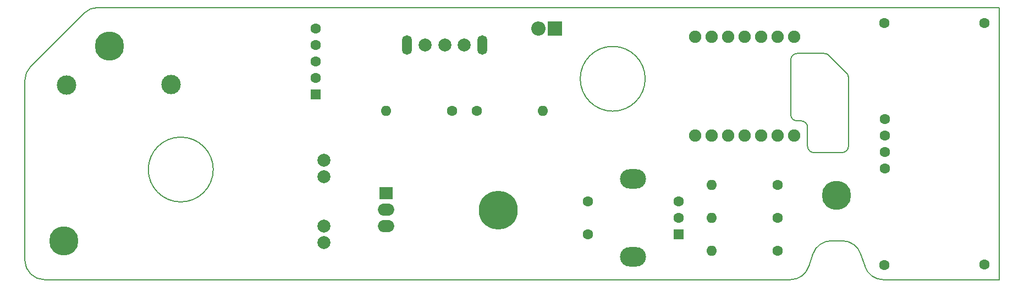
<source format=gbr>
%TF.GenerationSoftware,KiCad,Pcbnew,8.0.4*%
%TF.CreationDate,2024-09-24T16:35:55-04:00*%
%TF.ProjectId,cablight,6361626c-6967-4687-942e-6b696361645f,rev?*%
%TF.SameCoordinates,Original*%
%TF.FileFunction,Soldermask,Bot*%
%TF.FilePolarity,Negative*%
%FSLAX46Y46*%
G04 Gerber Fmt 4.6, Leading zero omitted, Abs format (unit mm)*
G04 Created by KiCad (PCBNEW 8.0.4) date 2024-09-24 16:35:55*
%MOMM*%
%LPD*%
G01*
G04 APERTURE LIST*
G04 Aperture macros list*
%AMRoundRect*
0 Rectangle with rounded corners*
0 $1 Rounding radius*
0 $2 $3 $4 $5 $6 $7 $8 $9 X,Y pos of 4 corners*
0 Add a 4 corners polygon primitive as box body*
4,1,4,$2,$3,$4,$5,$6,$7,$8,$9,$2,$3,0*
0 Add four circle primitives for the rounded corners*
1,1,$1+$1,$2,$3*
1,1,$1+$1,$4,$5*
1,1,$1+$1,$6,$7*
1,1,$1+$1,$8,$9*
0 Add four rect primitives between the rounded corners*
20,1,$1+$1,$2,$3,$4,$5,0*
20,1,$1+$1,$4,$5,$6,$7,0*
20,1,$1+$1,$6,$7,$8,$9,0*
20,1,$1+$1,$8,$9,$2,$3,0*%
G04 Aperture macros list end*
%ADD10R,1.600000X1.600000*%
%ADD11C,1.600000*%
%ADD12C,1.901600*%
%ADD13O,1.600000X1.600000*%
%ADD14C,3.000000*%
%ADD15RoundRect,1.500000X0.500000X-0.000010X0.500000X0.000010X-0.500000X0.000010X-0.500000X-0.000010X0*%
%ADD16C,4.500000*%
%ADD17R,2.200000X2.200000*%
%ADD18O,2.200000X2.200000*%
%ADD19O,1.500000X3.000000*%
%ADD20C,2.000000*%
%ADD21R,2.000000X1.900000*%
%ADD22O,2.500000X1.900000*%
%ADD23C,6.000000*%
%TA.AperFunction,Profile*%
%ADD24C,0.150000*%
%TD*%
G04 APERTURE END LIST*
D10*
%TO.C,P1*%
X154782000Y-93450000D03*
D11*
X154782000Y-90910000D03*
X154782000Y-88370000D03*
X154782000Y-85830000D03*
X154782000Y-83290000D03*
%TD*%
D12*
%TO.C,U1*%
X213202000Y-99800000D03*
X215742000Y-99800000D03*
X218282000Y-99800000D03*
X220822000Y-99800000D03*
X223362000Y-99800000D03*
X225902000Y-99800000D03*
X228442000Y-99800000D03*
X228442000Y-84560000D03*
X225902000Y-84560000D03*
X223362000Y-84560000D03*
X220822000Y-84560000D03*
X218282000Y-84560000D03*
X215742000Y-84560000D03*
X213202000Y-84560000D03*
%TD*%
D11*
%TO.C,S1*%
X242412000Y-104880000D03*
X242412000Y-102340000D03*
X242412000Y-99800000D03*
X242412000Y-97260000D03*
X242300000Y-119720000D03*
X257700000Y-119695000D03*
X242300000Y-82420000D03*
X257700000Y-82420000D03*
%TD*%
%TO.C,R1*%
X225902000Y-117580000D03*
D13*
X215742000Y-117580000D03*
%TD*%
D11*
%TO.C,R4*%
X179547000Y-95990000D03*
D13*
X189707000Y-95990000D03*
%TD*%
D14*
%TO.C,TP2*%
X132500000Y-91850000D03*
%TD*%
D15*
%TO.C,SW1*%
X203662000Y-118460000D03*
X203662000Y-106460000D03*
D11*
X196662000Y-114960000D03*
X196662000Y-109960000D03*
D10*
X210662000Y-114960000D03*
D11*
X210662000Y-109960000D03*
X210662000Y-112460000D03*
%TD*%
D16*
%TO.C,REF\u002A\u002A*%
X234982000Y-109000000D03*
%TD*%
D11*
%TO.C,R2*%
X225902000Y-112500000D03*
D13*
X215742000Y-112500000D03*
%TD*%
D17*
%TO.C,D1*%
X191612000Y-83290000D03*
D18*
X189072000Y-83290000D03*
%TD*%
D19*
%TO.C,SW3*%
X180442000Y-85830000D03*
D20*
X171642000Y-85830000D03*
D19*
X168842000Y-85830000D03*
D20*
X174642000Y-85830000D03*
X177642000Y-85830000D03*
%TD*%
%TO.C,J1*%
X156052000Y-106150000D03*
X156052000Y-103610000D03*
%TD*%
D21*
%TO.C,Q1*%
X165577000Y-108690000D03*
D22*
X165577000Y-111230000D03*
X165577000Y-113770000D03*
%TD*%
D11*
%TO.C,R5*%
X175737000Y-95990000D03*
D13*
X165577000Y-95990000D03*
%TD*%
D16*
%TO.C,REF\u002A\u002A*%
X123000000Y-86000000D03*
%TD*%
D11*
%TO.C,R3*%
X225902000Y-107420000D03*
D13*
X215742000Y-107420000D03*
%TD*%
D20*
%TO.C,J2*%
X156052000Y-116310000D03*
X156052000Y-113770000D03*
%TD*%
D23*
%TO.C,M3*%
X182882000Y-111240000D03*
%TD*%
D16*
%TO.C,REF\u002A\u002A*%
X116000000Y-116000000D03*
%TD*%
D14*
%TO.C,TP1*%
X116397000Y-92000000D03*
%TD*%
D24*
X236507626Y-90107196D02*
G75*
G02*
X236800012Y-90813783I-707626J-706604D01*
G01*
X233090251Y-87100000D02*
G75*
G02*
X233791964Y-87387492I49J-1000000D01*
G01*
X227900000Y-88100000D02*
G75*
G02*
X228900000Y-87100000I1000000J0D01*
G01*
X228900000Y-97500000D02*
G75*
G02*
X227900000Y-96500000I0J1000000D01*
G01*
X229500000Y-97500000D02*
G75*
G02*
X230500000Y-98500000I0J-1000000D01*
G01*
X231500000Y-102400000D02*
G75*
G02*
X230500000Y-101400000I0J1000000D01*
G01*
X236800000Y-101400000D02*
G75*
G02*
X235800000Y-102400000I-1000000J0D01*
G01*
X233090251Y-87100000D02*
X228900000Y-87100000D01*
X229500000Y-97500000D02*
X228900000Y-97500000D01*
X227900000Y-88100000D02*
X227900000Y-96500000D01*
X236507626Y-90107196D02*
X233791940Y-87387516D01*
X205500000Y-91000000D02*
G75*
G02*
X195500000Y-91000000I-5000000J0D01*
G01*
X195500000Y-91000000D02*
G75*
G02*
X205500000Y-91000000I5000000J0D01*
G01*
X139000000Y-105000000D02*
G75*
G02*
X129000000Y-105000000I-5000000J0D01*
G01*
X129000000Y-105000000D02*
G75*
G02*
X139000000Y-105000000I5000000J0D01*
G01*
X235837722Y-116000000D02*
G75*
G02*
X238683752Y-118051324I-22J-3000000D01*
G01*
X234162278Y-116000000D02*
X235837722Y-116000000D01*
X238683772Y-118051317D02*
X239316228Y-119948683D01*
X242162277Y-122000000D02*
X260000000Y-122000000D01*
X113000000Y-122000000D02*
G75*
G02*
X110000000Y-119000000I0J3000000D01*
G01*
X231316228Y-118051317D02*
G75*
G02*
X234162278Y-115999979I2846072J-948683D01*
G01*
X227837723Y-122000000D02*
X113000000Y-122000000D01*
X260000000Y-80000000D02*
X260000000Y-122000000D01*
X121242641Y-80000000D02*
X260000000Y-80000000D01*
X242162277Y-122000000D02*
G75*
G02*
X239316183Y-119948698I23J3000100D01*
G01*
X110000000Y-91242641D02*
G75*
G02*
X110878701Y-89121341I2999800J41D01*
G01*
X230683772Y-119948683D02*
X231316228Y-118051317D01*
X119121321Y-80878679D02*
G75*
G02*
X121242641Y-80000017I2121379J-2121521D01*
G01*
X110878680Y-89121320D02*
X119121321Y-80878679D01*
X230683772Y-119948683D02*
G75*
G02*
X227837723Y-122000021I-2846072J948683D01*
G01*
X110000000Y-119000000D02*
X110000000Y-91242641D01*
X230500000Y-98500000D02*
X230500000Y-101400000D01*
X235800000Y-102400000D02*
X231500000Y-102400000D01*
X236800000Y-90813783D02*
X236800000Y-101400000D01*
M02*

</source>
